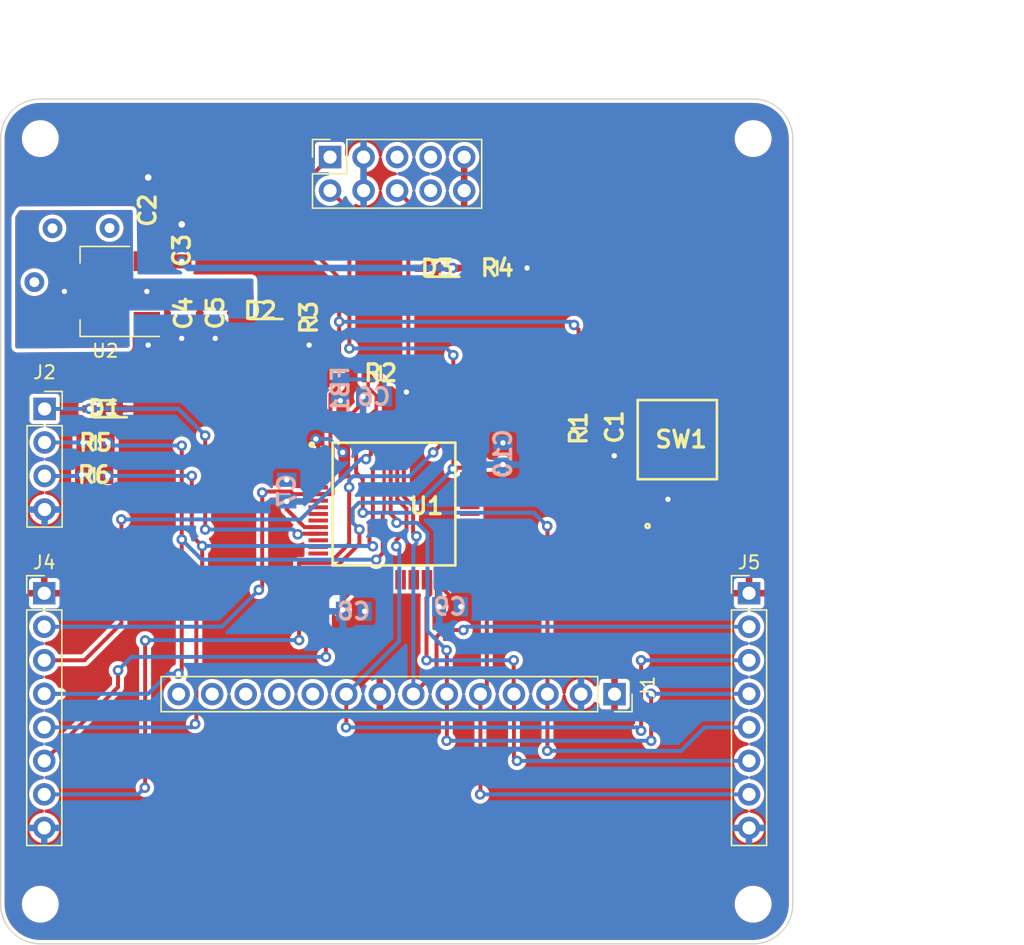
<source format=kicad_pcb>
(kicad_pcb (version 20211014) (generator pcbnew)
  (title_block (title "LCD SPI Module Peripheral") (date "2022-10-09") (company "NYAKB Team 3"))
  (layers (0 "F.Cu" signal) (31 "B.Cu" signal) (34 "B.Paste" user) (35 "F.Paste" user) (36 "B.SilkS" user "B.Silkscreen") (37 "F.SilkS" user "F.Silkscreen") (38 "B.Mask" user) (39 "F.Mask" user) (44 "Edge.Cuts" user))
  (net 0 "")
  (net 1 "NRST")
  (net 2 "GND")
  (net 3 "+3V0")
  (net 4 "+5V")
  (net 5 "/U5V")
  (net 6 "CS")
  (net 7 "RESET")
  (net 8 "DC")
  (net 9 "MOSI")
  (net 10 "SCK")
  (net 11 "Net-(C6-Pad1)")
  (net 17 "MISO")
  (net 18 "PD")
  (net 19 "PA13")
  (net 21 "PA14")
  (net 22 "SCL")
  (net 61 "SDA")
  (net 65 "+3.3V")
  (net 68 "Net-(J2-Pad2)")
  (net 69 "Net-(J2-Pad3)")
  (net 70 "Net-(C4-Pad1)")
  (footprint "lib_file:10R" (layer "F.Cu") (at 118.0846 82.4738 180)
    (fp_text reference "R6")
    (fp_text value "10" hide)
  )
  (footprint "Connector_PinSocket_2.54mm:PinSocket_1x04_P2.54mm_Vertical" (layer "F.Cu") (at 114.325 77.48)
    (fp_text reference "J2")
    (fp_text value "Hot Plug")
  )
  (footprint "lib_file:1k" (layer "F.Cu") (at 134.3406 70.5612 -90)
    (fp_text reference "R3")
    (fp_text value "1K" hide)
  )
  (footprint "lib_file:.1uF" (layer "F.Cu") (at 124.841 70.231 -90)
    (fp_text reference "C4")
    (fp_text value ".1uF" hide)
  )
  (footprint "Package_TO_SOT_SMD:SOT-223-3_TabPin2" (layer "F.Cu") (at 118.9228 68.58 180)
    (fp_text reference "U2")
    (fp_text value "LD1117S12TR_SOT223" hide)
  )
  (footprint "lib_file:Button" (layer "F.Cu") (at 162.2552 79.8068 180)
    (fp_text reference "SW1")
    (fp_text value "SW_Push" hide)
  )
  (footprint "lib_file:BAT60JFILM" (layer "F.Cu") (at 118.872 77.47 180)
    (fp_text reference "D1")
    (fp_text value "BAT60JFLIM" hide)
  )
  (footprint "Connector_PinHeader_2.54mm:PinHeader_1x08_P2.54mm_Vertical" (layer "F.Cu") (at 114.3 91.44)
    (fp_text reference "J4")
    (fp_text value "Conn_01x08_Male" hide)
  )
  (footprint "lib_file:5.1k" (layer "F.Cu") (at 148.6154 66.802)
    (fp_text reference "R4")
    (fp_text value "5.1K" hide)
  )
  (footprint "lib_file:BAT60JFILM" (layer "F.Cu") (at 130.6576 70.0278 180)
    (fp_text reference "D2")
    (fp_text value "BAT60JFLIM" hide)
  )
  (footprint "lib_file:100k" (layer "F.Cu") (at 139.787 74.763 180)
    (fp_text reference "R2")
    (fp_text value "100k" hide)
  )
  (footprint "Connector_PinSocket_2.54mm:PinSocket_1x14_P2.54mm_Vertical" (layer "F.Cu") (at 157.5 99.085 -90)
    (fp_text reference "J1")
    (fp_text value "Sockets")
  )
  (footprint "lib_file:BAT60JFILM" (layer "F.Cu") (at 144.0688 66.8274 180)
    (fp_text reference "D3")
    (fp_text value "BAT60JFILM" hide)
  )
  (footprint "lib_file:STM32F091" (layer "F.Cu") (at 140.7922 84.6836)
    (fp_text reference "U1")
    (fp_text value "STM32F091RCT6" hide)
  )
  (footprint "Connector_PinSocket_2.54mm:PinSocket_2x05_P2.54mm_Vertical" (layer "F.Cu") (at 135.95 58.4 90)
    (fp_text reference "J3" hide)
    (fp_text value "Programming Header" hide)
  )
  (footprint "lib_file:100k" (layer "F.Cu") (at 154.775 78.95 90)
    (fp_text reference "R1")
    (fp_text value "100K" hide)
  )
  (footprint "lib_file:10uF" (layer "F.Cu") (at 127.254 70.2056 -90)
    (fp_text reference "C5")
    (fp_text value "10uF" hide)
  )
  (footprint "MountingHole:MountingHole_2.2mm_M2_ISO7380" (layer "F.Cu") (at 114 57)
    (fp_text reference "H3" hide)
    (fp_text value "MountingHole" hide)
  )
  (footprint "lib_file:10R" (layer "F.Cu") (at 118.1862 80.0354 180)
    (fp_text reference "R5")
    (fp_text value "10" hide)
  )
  (footprint "lib_file:10uF" (layer "F.Cu") (at 122.1232 62.4332 90)
    (fp_text reference "C2")
    (fp_text value "10uF" hide)
  )
  (footprint "MountingHole:MountingHole_2.2mm_M2_ISO7380" (layer "F.Cu") (at 168 57)
    (fp_text reference "H1" hide)
    (fp_text value "MountingHole" hide)
  )
  (footprint "MountingHole:MountingHole_2.2mm_M2_ISO7380" (layer "F.Cu") (at 114 115)
    (fp_text reference "H4" hide)
    (fp_text value "MountingHole" hide)
  )
  (footprint "lib_file:.1uF" (layer "F.Cu") (at 157.5 78.85 -90)
    (fp_text reference "C1")
    (fp_text value ".1uF" hide)
  )
  (footprint "lib_file:.1uF" (layer "F.Cu") (at 124.714 65.4812 90)
    (fp_text reference "C3")
    (fp_text value ".1uF" hide)
  )
  (footprint "Connector_PinHeader_2.54mm:PinHeader_1x08_P2.54mm_Vertical" (layer "F.Cu") (at 167.6908 91.44)
    (fp_text reference "J5")
    (fp_text value "Conn_01x08_Male" hide)
  )
  (footprint "MountingHole:MountingHole_2.2mm_M2_ISO7380" (layer "F.Cu") (at 168 115)
    (fp_text reference "H2" hide)
    (fp_text value "MountingHole" hide)
  )
  (footprint "lib_file:.1uF" (layer "B.Cu") (at 145.034 92.456 180)
    (fp_text reference "C9")
    (fp_text value ".1uF" hide)
  )
  (footprint "lib_file:.1uF" (layer "B.Cu") (at 139.2682 76.5556 180)
    (fp_text reference "C6")
    (fp_text value ".1uF" hide)
  )
  (footprint "lib_file:.1uF" (layer "B.Cu") (at 137.7442 92.8116 180)
    (fp_text reference "C8")
    (fp_text value ".1uF" hide)
  )
  (footprint "lib_file:.1uF" (layer "B.Cu") (at 132.6642 83.6676 -90)
    (fp_text reference "C7")
    (fp_text value ".1uF" hide)
  )
  (footprint "lib_file:.1uF" (layer "B.Cu") (at 149.0472 80.8736 -90)
    (fp_text reference "C10")
    (fp_text value ".1uF" hide)
  )
  (footprint "lib_file:Ferrite" (layer "B.Cu") (at 136.7282 76.0476 90)
    (fp_text reference "FB1")
    (fp_text value "FerriteBead" hide)
  )
  (gr_line (start 111 57) (end 111 115) (layer "Edge.Cuts") (width 0.1))
  (gr_line (start 168 118) (end 114 118) (layer "Edge.Cuts") (width 0.1))
  (gr_line (start 168 54) (end 114 54) (layer "Edge.Cuts") (width 0.1))
  (gr_line (start 171 115) (end 171 57) (layer "Edge.Cuts") (width 0.1))
  (gr_arc (start 171 115) (mid 170.12132 117.12132) (end 168 118) (layer "Edge.Cuts") (width 0.1))
  (gr_arc (start 111 57) (mid 111.87868 54.87868) (end 114 54) (layer "Edge.Cuts") (width 0.1))
  (gr_arc (start 114 118) (mid 111.87868 117.12132) (end 111 115) (layer "Edge.Cuts") (width 0.1))
  (gr_arc (start 168 54) (mid 170.12132 54.87868) (end 171 57) (layer "Edge.Cuts") (width 0.1))
  (via (at 113.55 67.875) (size 1.5) (drill 0.75) (layers "F.Cu" "B.Cu") (net 0))
  (via (at 114.925 63.8) (size 1.5) (drill 0.75) (layers "F.Cu" "B.Cu") (net 0))
  (via (at 119.25 63.775) (size 1.5) (drill 0.75) (layers "F.Cu" "B.Cu") (net 0))
  (segment (start 130.81 83.82) (end 130.81 90.932) (width 0.3) (layer "F.Cu") (net 1))
  (segment (start 132.974861 83.7376) (end 130.8924 83.7376) (width 0.3) (layer "F.Cu") (net 1))
  (segment (start 136.1417 80.4336) (end 136.1417 83.9336) (width 0.3) (layer "F.Cu") (net 1))
  (segment (start 154.775 71.463) (end 154.775 78) (width 0.3) (layer "F.Cu") (net 1))
  (segment (start 135.9782 80.2701) (end 136.1417 80.4336) (width 0.3) (layer "F.Cu") (net 1))
  (segment (start 130.8924 83.7376) (end 130.81 83.82) (width 0.3) (layer "F.Cu") (net 1))
  (segment (start 154.432 71.12) (end 154.775 71.463) (width 0.3) (layer "F.Cu") (net 1))
  (segment (start 135.95 58.4) (end 134.62 59.73) (width 0.3) (layer "F.Cu") (net 1))
  (segment (start 133.170861 83.9336) (end 132.974861 83.7376) (width 0.3) (layer "F.Cu") (net 1))
  (segment (start 157.5 78.03) (end 154.805 78.03) (width 0.3) (layer "F.Cu") (net 1))
  (segment (start 135.9782 76.3658) (end 135.9782 80.2701) (width 0.3) (layer "F.Cu") (net 1))
  (segment (start 134.62 59.73) (end 134.62 65.532) (width 0.3) (layer "F.Cu") (net 1))
  (segment (start 154.805 78.03) (end 154.775 78) (width 0.3) (layer "F.Cu") (net 1))
  (segment (start 136.64 67.552) (end 136.64 75.704) (width 0.3) (layer "F.Cu") (net 1))
  (segment (start 136.1417 83.9336) (end 135.0542 83.9336) (width 0.3) (layer "F.Cu") (net 1))
  (segment (start 157.5 77.762) (end 160.0052 75.2568) (width 0.3) (layer "F.Cu") (net 1))
  (segment (start 135.0542 83.9336) (end 133.170861 83.9336) (width 0.3) (layer "F.Cu") (net 1))
  (segment (start 130.81 90.932) (end 130.556 91.186) (width 0.3) (layer "F.Cu") (net 1))
  (segment (start 157.5 78.03) (end 157.5 77.762) (width 0.3) (layer "F.Cu") (net 1))
  (segment (start 134.62 65.532) (end 136.64 67.552) (width 0.3) (layer "F.Cu") (net 1))
  (segment (start 136.64 75.704) (end 135.9782 76.3658) (width 0.3) (layer "F.Cu") (net 1))
  (via (at 154.432 71.12) (size 0.8) (drill 0.4) (layers "F.Cu" "B.Cu") (net 1))
  (via (at 130.556 91.186) (size 0.8) (drill 0.4) (layers "F.Cu" "B.Cu") (net 1))
  (via (at 136.64 70.878) (size 0.8) (drill 0.4) (layers "F.Cu" "B.Cu") (net 1))
  (via (at 130.81 83.82) (size 0.8) (drill 0.4) (layers "F.Cu" "B.Cu") (net 1))
  (segment (start 127.762 93.98) (end 114.3 93.98) (width 0.3) (layer "B.Cu") (net 1))
  (segment (start 136.64 70.878) (end 154.19 70.878) (width 0.3) (layer "B.Cu") (net 1))
  (segment (start 130.556 91.186) (end 127.762 93.98) (width 0.3) (layer "B.Cu") (net 1))
  (segment (start 154.19 70.878) (end 154.432 71.12) (width 0.3) (layer "B.Cu") (net 1))
  (segment (start 122.174 59.944) (end 122.1232 59.9948) (width 0.5) (layer "F.Cu") (net 2))
  (segment (start 137.5422 78.9456) (end 137.5422 77.9081) (width 0.3) (layer "F.Cu") (net 2))
  (segment (start 157.5 81.006) (end 157.48 81.026) (width 0.25) (layer "F.Cu") (net 2))
  (segment (start 140.737 75.205) (end 141.732 76.2) (width 0.25) (layer "F.Cu") (net 2))
  (segment (start 134.3406 72.6186) (end 134.366 72.644) (width 0.3) (layer "F.Cu") (net 2))
  (segment (start 127.254 71.0056) (end 127.254 72.136) (width 0.3) (layer "F.Cu") (net 2))
  (segment (start 140.737 74.763) (end 140.737 75.205) (width 0.25) (layer "F.Cu") (net 2))
  (segment (start 149.6154 66.802) (end 150.876 66.802) (width 0.3) (layer "F.Cu") (net 2))
  (segment (start 137.5422 77.9081) (end 138.43 77.0203) (width 0.3) (layer "F.Cu") (net 2))
  (segment (start 124.841 72.009) (end 124.714 72.136) (width 0.3) (layer "F.Cu") (net 2))
  (segment (start 138.43 77.0203) (end 138.43 76.5738) (width 0.3) (layer "F.Cu") (net 2))
  (segment (start 134.0167 86.4336) (end 132.6642 85.0811) (width 0.3) (layer "F.Cu") (net 2))
  (segment (start 144.0422 92.2842) (end 144.214 92.456) (width 0.3) (layer "F.Cu") (net 2))
  (segment (start 161.5152 84.3568) (end 161.544 84.328) (width 0.3) (layer "F.Cu") (net 2))
  (segment (start 137.5422 91.3118) (end 136.906 91.948) (width 0.3) (layer "F.Cu") (net 2))
  (segment (start 144.0422 90.4216) (end 144.0422 92.2842) (width 0.3) (layer "F.Cu") (net 2))
  (segment (start 141.478 76.2) (end 141.732 76.2) (width 0.3) (layer "F.Cu") (net 2))
  (segment (start 146.5302 81.4336) (end 147.4736 81.4336) (width 0.3) (layer "F.Cu") (net 2))
  (segment (start 122.1232 59.9948) (end 122.1232 61.6432) (width 0.5) (layer "F.Cu") (net 2))
  (segment (start 147.4736 81.4336) (end 147.828 81.788) (width 0.3) (layer "F.Cu") (net 2))
  (segment (start 157.5 79.67) (end 157.5 81.006) (width 0.25) (layer "F.Cu") (net 2))
  (segment (start 136.906 91.948) (end 136.906 92.71) (width 0.3) (layer "F.Cu") (net 2))
  (segment (start 137.5422 90.4216) (end 137.5422 91.3118) (width 0.3) (layer "F.Cu") (net 2))
  (segment (start 147.828 81.788) (end 148.9528 81.788) (width 0.3) (layer "F.Cu") (net 2))
  (segment (start 132.6642 85.0811) (end 132.6642 84.4876) (width 0.3) (layer "F.Cu") (net 2))
  (segment (start 148.9528 81.788) (end 149.0472 81.6936) (width 0.3) (layer "F.Cu") (net 2))
  (segment (start 124.841 71.051) (end 124.841 72.009) (width 0.3) (layer "F.Cu") (net 2))
  (segment (start 124.714 64.6612) (end 124.714 63.5) (width 0.5) (layer "F.Cu") (net 2))
  (segment (start 160.0052 84.3568) (end 161.5152 84.3568) (width 0.3) (layer "F.Cu") (net 2))
  (segment (start 135.0542 86.4336) (end 134.0167 86.4336) (width 0.3) (layer "F.Cu") (net 2))
  (segment (start 134.3406 71.5612) (end 134.3406 72.6186) (width 0.3) (layer "F.Cu") (net 2))
  (segment (start 122.0728 72.5428) (end 122.174 72.644) (width 0.3) (layer "F.Cu") (net 2))
  (segment (start 122.0728 70.88) (end 122.0728 72.5428) (width 0.3) (layer "F.Cu") (net 2))
  (segment (start 138.43 76.5738) (end 138.4482 76.5556) (width 0.3) (layer "F.Cu") (net 2))
  (via (at 127.254 72.136) (size 0.8) (drill 0.4) (layers "F.Cu" "B.Cu") (net 2))
  (via (at 141.732 76.2) (size 0.8) (drill 0.4) (layers "F.Cu" "B.Cu") (net 2))
  (via (at 122.174 59.944) (size 1) (drill 0.5) (layers "F.Cu" "B.Cu") (net 2))
  (via (at 134.366 72.644) (size 0.8) (drill 0.4) (layers "F.Cu" "B.Cu") (net 2))
  (via (at 149.0472 81.6936) (size 0.8) (drill 0.4) (layers "F.Cu" "B.Cu") (net 2))
  (via (at 144.214 92.456) (size 0.8) (drill 0.4) (layers "F.Cu" "B.Cu") (net 2))
  (via (at 161.544 84.328) (size 0.8) (drill 0.4) (layers "F.Cu" "B.Cu") (net 2))
  (via (at 124.714 63.5) (size 1) (drill 0.5) (layers "F.Cu" "B.Cu") (net 2))
  (via (at 150.876 66.802) (size 0.8) (drill 0.4) (layers "F.Cu" "B.Cu") (net 2))
  (via (at 138.4482 76.5556) (size 0.8) (drill 0.4) (layers "F.Cu" "B.Cu") (net 2))
  (via (at 136.906 92.71) (size 0.8) (drill 0.4) (layers "F.Cu" "B.Cu") (net 2))
  (via (at 122.174 72.644) (size 0.8) (drill 0.4) (layers "F.Cu" "B.Cu") (net 2))
  (via (at 157.48 81.026) (size 0.8) (drill 0.4) (layers "F.Cu" "B.Cu") (net 2))
  (via (at 132.6642 84.4876) (size 0.8) (drill 0.4) (layers "F.Cu" "B.Cu") (net 2))
  (via (at 124.714 72.136) (size 0.8) (drill 0.4) (layers "F.Cu" "B.Cu") (net 2))
  (segment (start 138.0422 90.4216) (end 138.0422 91.5602) (width 0.3) (layer "F.Cu") (net 3))
  (segment (start 135.0542 80.9336) (end 135.0542 79.9362) (width 0.3) (layer "F.Cu") (net 3))
  (segment (start 131.7976 70.0278) (end 133.874 70.0278) (width 0.3) (layer "F.Cu") (net 3))
  (segment (start 136.652 77.724) (end 136.652 76.9338) (width 0.3) (layer "F.Cu") (net 3))
  (segment (start 148.2924 80.0536) (end 149.0472 80.0536) (width 0.3) (layer "F.Cu") (net 3))
  (segment (start 137.0422 78.9456) (end 137.0422 78.1142) (width 0.3) (layer "F.Cu") (net 3))
  (segment (start 137.0422 78.1142) (end 136.652 77.724) (width 0.3) (layer "F.Cu") (net 3))
  (segment (start 133.874 70.0278) (end 134.3406 69.5612) (width 0.3) (layer "F.Cu") (net 3))
  (segment (start 138.0422 91.5602) (end 138.5642 92.0822) (width 0.3) (layer "F.Cu") (net 3))
  (segment (start 147.4124 80.9336) (end 148.2924 80.0536) (width 0.3) (layer "F.Cu") (net 3))
  (segment (start 138.5642 92.0822) (end 138.5642 92.8116) (width 0.3) (layer "F.Cu") (net 3))
  (segment (start 136.906 79.0818) (end 137.0422 78.9456) (width 0.3) (layer "F.Cu") (net 3))
  (segment (start 144.5422 90.4216) (end 144.5422 91.1442) (width 0.3) (layer "F.Cu") (net 3))
  (segment (start 136.652 76.9338) (end 136.7282 76.8576) (width 0.3) (layer "F.Cu") (net 3))
  (segment (start 135.0542 79.9362) (end 134.874 79.756) (width 0.3) (layer "F.Cu") (net 3))
  (segment (start 136.906 80.772) (end 136.906 79.0818) (width 0.3) (layer "F.Cu") (net 3))
  (segment (start 135.0542 80.9336) (end 134.0167 80.9336) (width 0.3) (layer "F.Cu") (net 3))
  (segment (start 134.0167 80.9336) (end 132.6642 82.2861) (width 0.3) (layer "F.Cu") (net 3))
  (segment (start 146.5302 80.9336) (end 147.4124 80.9336) (width 0.3) (layer "F.Cu") (net 3))
  (segment (start 132.6642 82.2861) (end 132.6642 82.8476) (width 0.3) (layer "F.Cu") (net 3))
  (segment (start 144.5422 91.1442) (end 145.854 92.456) (width 0.3) (layer "F.Cu") (net 3))
  (via (at 138.5642 92.8116) (size 0.8) (drill 0.4) (layers "F.Cu" "B.Cu") (net 3))
  (via (at 145.854 92.456) (size 0.8) (drill 0.4) (layers "F.Cu" "B.Cu") (net 3))
  (via (at 132.6642 82.8476) (size 0.8) (drill 0.4) (layers "F.Cu" "B.Cu") (net 3))
  (via (at 136.906 80.772) (size 0.8) (drill 0.4) (layers "F.Cu" "B.Cu") (net 3))
  (via (at 149.0472 80.0536) (size 0.8) (drill 0.4) (layers "F.Cu" "B.Cu") (net 3))
  (via (at 136.7282 76.8576) (size 0.8) (drill 0.4) (layers "F.Cu" "B.Cu") (net 3))
  (via (at 134.874 79.756) (size 0.8) (drill 0.4) (layers "F.Cu" "B.Cu") (net 3))
  (segment (start 134.874 79.756) (end 135.89 79.756) (width 0.3) (layer "B.Cu") (net 3))
  (segment (start 135.89 79.756) (end 136.906 80.772) (width 0.3) (layer "B.Cu") (net 3))
  (segment (start 124.6928 66.28) (end 124.714 66.3012) (width 0.5) (layer "F.Cu") (net 4))
  (segment (start 145.2088 66.8274) (end 145.2342 66.802) (width 0.5) (layer "F.Cu") (net 4))
  (segment (start 122.1232 66.2296) (end 122.0728 66.28) (width 0.5) (layer "F.Cu") (net 4))
  (segment (start 122.1232 63.8132) (end 122.1232 66.2296) (width 0.5) (layer "F.Cu") (net 4))
  (segment (start 147.6154 66.802) (end 145.2342 66.802) (width 0.5) (layer "F.Cu") (net 4))
  (segment (start 122.0728 66.28) (end 124.6928 66.28) (width 0.5) (layer "F.Cu") (net 4))
  (via (at 124.714 66.3012) (size 0.8) (drill 0.4) (layers "F.Cu" "B.Cu") (net 4))
  (via (at 145.2342 66.802) (size 0.8) (drill 0.4) (layers "F.Cu" "B.Cu") (net 4))
  (segment (start 145.2342 66.802) (end 125.2148 66.802) (width 0.5) (layer "B.Cu") (net 4))
  (segment (start 125.2148 66.802) (end 124.714 66.3012) (width 0.5) (layer "B.Cu") (net 4))
  (segment (start 146.11 58.4) (end 146.11 60.94) (width 0.5) (layer "F.Cu") (net 5))
  (segment (start 146.11 63.6462) (end 142.9288 66.8274) (width 0.5) (layer "F.Cu") (net 5))
  (segment (start 146.11 60.94) (end 146.11 63.6462) (width 0.5) (layer "F.Cu") (net 5))
  (segment (start 137.922 82.296) (end 137.922 80.518) (width 0.3) (layer "F.Cu") (net 6))
  (segment (start 152.4 86.36) (end 152.42 86.38) (width 0.3) (layer "F.Cu") (net 6))
  (segment (start 138.0573 80.518) (end 138.5422 80.0331) (width 0.3) (layer "F.Cu") (net 6))
  (segment (start 138.43 85.344) (end 138.43 82.804) (width 0.3) (layer "F.Cu") (net 6))
  (segment (start 152.42 103.358) (end 152.4 103.378) (width 0.3) (layer "F.Cu") (net 6))
  (segment (start 138.43 82.804) (end 137.922 82.296) (width 0.3) (layer "F.Cu") (net 6))
  (segment (start 138.5422 80.0331) (end 138.5422 78.9456) (width 0.3) (layer "F.Cu") (net 6))
  (segment (start 152.42 86.38) (end 152.42 99.085) (width 0.3) (layer "F.Cu") (net 6))
  (segment (start 137.922 80.518) (end 138.0573 80.518) (width 0.3) (layer "F.Cu") (net 6))
  (segment (start 152.42 99.085) (end 152.42 103.358) (width 0.3) (layer "F.Cu") (net 6))
  (via (at 152.4 86.36) (size 0.8) (drill 0.4) (layers "F.Cu" "B.Cu") (net 6))
  (via (at 152.4 103.378) (size 0.8) (drill 0.4) (layers "F.Cu" "B.Cu") (net 6))
  (via (at 138.43 85.344) (size 0.8) (drill 0.4) (layers "F.Cu" "B.Cu") (net 6))
  (segment (start 138.43 85.344) (end 151.384 85.344) (width 0.3) (layer "B.Cu") (net 6))
  (segment (start 162.56 103.378) (end 164.338 101.6) (width 0.3) (layer "B.Cu") (net 6))
  (segment (start 152.4 103.378) (end 162.56 103.378) (width 0.3) (layer "B.Cu") (net 6))
  (segment (start 152.649 99.314) (end 152.42 99.085) (width 0.3) (layer "B.Cu") (net 6))
  (segment (start 152.654 99.314) (end 152.649 99.314) (width 0.3) (layer "B.Cu") (net 6))
  (segment (start 151.384 85.344) (end 152.4 86.36) (width 0.3) (layer "B.Cu") (net 6))
  (segment (start 164.338 101.6) (end 167.6908 101.6) (width 0.3) (layer "B.Cu") (net 6))
  (segment (start 143.256 91.7953) (end 143.256 96.52) (width 0.3) (layer "F.Cu") (net 7))
  (segment (start 149.88 103.906) (end 150.114 104.14) (width 0.3) (layer "F.Cu") (net 7))
  (segment (start 149.86 96.52) (end 149.86 99.065) (width 0.3) (layer "F.Cu") (net 7))
  (segment (start 149.86 99.065) (end 149.88 99.085) (width 0.3) (layer "F.Cu") (net 7))
  (segment (start 143.5422 91.5091) (end 143.256 91.7953) (width 0.3) (layer "F.Cu") (net 7))
  (segment (start 143.5422 90.4216) (end 143.5422 91.5091) (width 0.3) (layer "F.Cu") (net 7))
  (segment (start 149.88 99.085) (end 149.88 103.906) (width 0.3) (layer "F.Cu") (net 7))
  (via (at 149.86 96.52) (size 0.8) (drill 0.4) (layers "F.Cu" "B.Cu") (net 7))
  (via (at 150.114 104.14) (size 0.8) (drill 0.4) (layers "F.Cu" "B.Cu") (net 7))
  (via (at 143.256 96.52) (size 0.8) (drill 0.4) (layers "F.Cu" "B.Cu") (net 7))
  (segment (start 150.114 104.14) (end 167.6908 104.14) (width 0.3) (layer "B.Cu") (net 7))
  (segment (start 143.256 96.52) (end 149.86 96.52) (width 0.3) (layer "B.Cu") (net 7))
  (segment (start 146.5302 87.4336) (end 147.5677 87.4336) (width 0.3) (layer "F.Cu") (net 8))
  (segment (start 147.34 99.085) (end 147.34 106.66) (width 0.3) (layer "F.Cu") (net 8))
  (segment (start 147.828 98.597) (end 147.34 99.085) (width 0.3) (layer "F.Cu") (net 8))
  (segment (start 147.5677 87.4336) (end 147.828 87.6939) (width 0.3) (layer "F.Cu") (net 8))
  (segment (start 147.34 106.66) (end 147.32 106.68) (width 0.3) (layer "F.Cu") (net 8))
  (segment (start 147.828 87.6939) (end 147.828 98.597) (width 0.3) (layer "F.Cu") (net 8))
  (via (at 147.32 106.68) (size 0.8) (drill 0.4) (layers "F.Cu" "B.Cu") (net 8))
  (segment (start 147.32 106.68) (end 167.6908 106.68) (width 0.3) (layer "B.Cu") (net 8))
  (segment (start 160.274 102.616) (end 160.274 99.06) (width 0.3) (layer "F.Cu") (net 9))
  (segment (start 144.8 99.085) (end 144.8 102.596) (width 0.3) (layer "F.Cu") (net 9))
  (segment (start 144.8 95.778) (end 144.8 99.085) (width 0.3) (layer "F.Cu") (net 9))
  (segment (start 144.8 102.596) (end 144.78 102.616) (width 0.3) (layer "F.Cu") (net 9))
  (segment (start 144.78 95.758) (end 144.8 95.778) (width 0.3) (layer "F.Cu") (net 9))
  (segment (start 140.5422 78.9456) (end 140.5422 85.4242) (width 0.3) (layer "F.Cu") (net 9))
  (segment (start 140.5422 85.4242) (end 141.2285 86.1105) (width 0.3) (layer "F.Cu") (net 9))
  (via (at 160.274 102.616) (size 0.8) (drill 0.4) (layers "F.Cu" "B.Cu") (net 9))
  (via (at 160.274 99.06) (size 0.8) (drill 0.4) (layers "F.Cu" "B.Cu") (net 9))
  (via (at 144.78 95.758) (size 0.8) (drill 0.4) (layers "F.Cu" "B.Cu") (net 9))
  (via (at 144.78 102.616) (size 0.8) (drill 0.4) (layers "F.Cu" "B.Cu") (net 9))
  (via (at 140.9905 86.106108) (size 0.8) (drill 0.4) (layers "F.Cu" "B.Cu") (net 9))
  (segment (start 142.543161 86.1105) (end 141.2285 86.1105) (width 0.3) (layer "B.Cu") (net 9))
  (segment (start 141.224 86.106) (end 141.223892 86.106108) (width 0.3) (layer "B.Cu") (net 9))
  (segment (start 141.223892 86.106108) (end 140.9905 86.106108) (width 0.3) (layer "B.Cu") (net 9))
  (segment (start 144.8 99.08) (end 144.78 99.06) (width 0.3) (layer "B.Cu") (net 9))
  (segment (start 144.78 102.616) (end 160.274 102.616) (width 0.3) (layer "B.Cu") (net 9))
  (segment (start 144.8 99.08) (end 144.8 99.085) (width 0.3) (layer "B.Cu") (net 9))
  (segment (start 160.274 99.06) (end 167.6908 99.06) (width 0.3) (layer "B.Cu") (net 9))
  (segment (start 144.78 95.758) (end 143.329 94.307) (width 0.3) (layer "B.Cu") (net 9))
  (segment (start 143.329 86.896339) (end 142.543161 86.1105) (width 0.3) (layer "B.Cu") (net 9))
  (segment (start 141.2285 86.1105) (end 141.224 86.106) (width 0.3) (layer "B.Cu") (net 9))
  (segment (start 143.329 94.307) (end 143.329 86.896339) (width 0.3) (layer "B.Cu") (net 9))
  (segment (start 144.018 94.742) (end 144.526 94.234) (width 0.3) (layer "F.Cu") (net 10))
  (segment (start 142.234564 86.862564) (end 142.494 87.122) (width 0.3) (layer "F.Cu") (net 10))
  (segment (start 144.018 97.327) (end 144.018 94.742) (width 0.3) (layer "F.Cu") (net 10))
  (segment (start 142.24 84.836) (end 142.24 86.868) (width 0.3) (layer "F.Cu") (net 10))
  (segment (start 141.5422 84.1382) (end 142.24 84.836) (width 0.3) (layer "F.Cu") (net 10))
  (segment (start 141.5422 78.9456) (end 141.5422 84.1382) (width 0.3) (layer "F.Cu") (net 10))
  (segment (start 144.526 94.234) (end 146.05 94.234) (width 0.3) (layer "F.Cu") (net 10))
  (segment (start 142.26 99.085) (end 144.018 97.327) (width 0.3) (layer "F.Cu") (net 10))
  (via (at 142.494 87.122) (size 0.8) (drill 0.4) (layers "F.Cu" "B.Cu") (net 10))
  (via (at 146.05 94.234) (size 0.8) (drill 0.4) (layers "F.Cu" "B.Cu") (net 10))
  (segment (start 146.05 94.234) (end 146.304 93.98) (width 0.3) (layer "B.Cu") (net 10))
  (segment (start 146.304 93.98) (end 167.6908 93.98) (width 0.3) (layer "B.Cu") (net 10))
  (segment (start 142.26 87.904) (end 142.26 99.085) (width 0.3) (layer "B.Cu") (net 10))
  (segment (start 142.26 87.904) (end 142.494 87.67) (width 0.3) (layer "B.Cu") (net 10))
  (segment (start 142.494 87.67) (end 142.494 87.122) (width 0.3) (layer "B.Cu") (net 10))
  (segment (start 139.8052 75.2376) (end 140.0882 75.5206) (width 0.3) (layer "B.Cu") (net 11))
  (segment (start 136.7282 75.2376) (end 139.8052 75.2376) (width 0.3) (layer "B.Cu") (net 11))
  (segment (start 140.0882 75.5206) (end 140.0882 76.5556) (width 0.3) (layer "B.Cu") (net 11))
  (segment (start 141.74 85.043106) (end 141.74 86.650022) (width 0.3) (layer "F.Cu") (net 17))
  (segment (start 141.0422 78.9456) (end 141.0422 84.345306) (width 0.3) (layer "F.Cu") (net 17))
  (segment (start 159.512 101.854) (end 159.512 96.52) (width 0.3) (layer "F.Cu") (net 17))
  (segment (start 137.18 101.58) (end 137.16 101.6) (width 0.3) (layer "F.Cu") (net 17))
  (segment (start 141.0422 84.345306) (end 141.74 85.043106) (width 0.3) (layer "F.Cu") (net 17))
  (segment (start 140.97 87.420022) (end 140.97 87.884) (width 0.3) (layer "F.Cu") (net 17))
  (segment (start 137.18 99.085) (end 137.18 101.58) (width 0.3) (layer "F.Cu") (net 17))
  (segment (start 141.74 86.650022) (end 140.97 87.420022) (width 0.3) (layer "F.Cu") (net 17))
  (via (at 159.512 101.854) (size 0.8) (drill 0.4) (layers "F.Cu" "B.Cu") (net 17))
  (via (at 159.512 96.52) (size 0.8) (drill 0.4) (layers "F.Cu" "B.Cu") (net 17))
  (via (at 137.16 101.6) (size 0.8) (drill 0.4) (layers "F.Cu" "B.Cu") (net 17))
  (via (at 140.97 87.884) (size 0.8) (drill 0.4) (layers "F.Cu" "B.Cu") (net 17))
  (segment (start 140.97 87.884) (end 141.195417 88.109417) (width 0.3) (layer "B.Cu") (net 17))
  (segment (start 141.195417 95.069583) (end 137.18 99.085) (width 0.3) (layer "B.Cu") (net 17))
  (segment (start 159.512 96.52) (end 167.6908 96.52) (width 0.3) (layer "B.Cu") (net 17))
  (segment (start 159.258 101.6) (end 159.512 101.854) (width 0.3) (layer "B.Cu") (net 17))
  (segment (start 137.16 101.6) (end 159.258 101.6) (width 0.3) (layer "B.Cu") (net 17))
  (segment (start 141.195417 88.109417) (end 141.195417 95.069583) (width 0.3) (layer "B.Cu") (net 17))
  (segment (start 117.348 96.52) (end 114.3 96.52) (width 0.3) (layer "F.Cu") (net 18))
  (segment (start 139.0422 78.9456) (end 139.0422 77.9081) (width 0.3) (layer "F.Cu") (net 18))
  (segment (start 120.142 85.852) (end 120.142 93.726) (width 0.3) (layer "F.Cu") (net 18))
  (segment (start 139.446 76.454) (end 139.446 77.5043) (width 0.25) (layer "F.Cu") (net 18))
  (segment (start 138.837 75.845) (end 139.446 76.454) (width 0.25) (layer "F.Cu") (net 18))
  (segment (start 120.142 93.726) (end 117.348 96.52) (width 0.3) (layer "F.Cu") (net 18))
  (segment (start 138.6715 81.28) (end 139.0422 80.9093) (width 0.3) (layer "F.Cu") (net 18))
  (segment (start 139.0422 77.9081) (end 139.1982 77.7521) (width 0.3) (layer "F.Cu") (net 18))
  (segment (start 138.837 74.763) (end 138.837 75.845) (width 0.25) (layer "F.Cu") (net 18))
  (segment (start 139.0422 80.9093) (end 139.0422 78.9456) (width 0.3) (layer "F.Cu") (net 18))
  (segment (start 139.446 77.5043) (end 139.0422 77.9081) (width 0.25) (layer "F.Cu") (net 18))
  (via (at 138.6715 81.28) (size 0.8) (drill 0.4) (layers "F.Cu" "B.Cu") (net 18))
  (via (at 120.142 85.852) (size 0.8) (drill 0.4) (layers "F.Cu" "B.Cu") (net 18))
  (segment (start 133.713817 85.852) (end 138.285817 81.28) (width 0.3) (layer "B.Cu") (net 18))
  (segment (start 138.285817 81.28) (end 138.6715 81.28) (width 0.3) (layer "B.Cu") (net 18))
  (segment (start 133.713817 85.852) (end 120.142 85.852) (width 0.3) (layer "B.Cu") (net 18))
  (segment (start 137.414 62.404) (end 137.414 72.644) (width 0.3) (layer "F.Cu") (net 19))
  (segment (start 137.414 72.644) (end 137.414 72.898) (width 0.3) (layer "F.Cu") (net 19))
  (segment (start 119.888 98.552) (end 114.3 104.14) (width 0.3) (layer "F.Cu") (net 19))
  (segment (start 145.288 73.406) (end 145.288 81.988709) (width 0.3) (layer "F.Cu") (net 19))
  (segment (start 138.176 87.7003) (end 136.05215 89.82415) (width 0.3) (layer "F.Cu") (net 19))
  (segment (start 145.251961 82.024748) (end 145.343109 81.9336) (width 0.3) (layer "F.Cu") (net 19))
  (segment (start 145.288 81.988709) (end 145.251961 82.024748) (width 0.3) (layer "F.Cu") (net 19))
  (segment (start 135.636 90.2403) (end 135.636 96.266) (width 0.3) (layer "F.Cu") (net 19))
  (segment (start 145.343109 81.9336) (end 146.5302 81.9336) (width 0.3) (layer "F.Cu") (net 19))
  (segment (start 136.05215 89.82415) (end 135.636 90.2403) (width 0.3) (layer "F.Cu") (net 19))
  (segment (start 135.95 60.94) (end 137.414 62.404) (width 0.3) (layer "F.Cu") (net 19))
  (segment (start 119.888 97.282) (end 119.888 98.552) (width 0.3) (layer "F.Cu") (net 19))
  (segment (start 138.176 86.614) (end 138.176 87.7003) (width 0.3) (layer "F.Cu") (net 19))
  (via (at 145.251961 82.024748) (size 0.8) (drill 0.4) (layers "F.Cu" "B.Cu") (net 19))
  (via (at 145.288 73.406) (size 0.8) (drill 0.4) (layers "F.Cu" "B.Cu") (net 19))
  (via (at 138.176 86.614) (size 0.8) (drill 0.4) (layers "F.Cu" "B.Cu") (net 19))
  (via (at 119.888 97.282) (size 0.8) (drill 0.4) (layers "F.Cu" "B.Cu") (net 19))
  (via (at 137.414 72.898) (size 0.8) (drill 0.4) (layers "F.Cu" "B.Cu") (net 19))
  (via (at 135.636 96.266) (size 0.8) (drill 0.4) (layers "F.Cu" "B.Cu") (net 19))
  (segment (start 137.414 72.898) (end 138.2816 72.898) (width 0.3) (layer "B.Cu") (net 19))
  (segment (start 138.43 84.582) (end 138.131339 84.582) (width 0.3) (layer "B.Cu") (net 19))
  (segment (start 138.2816 72.898) (end 144.78 72.898) (width 0.3) (layer "B.Cu") (net 19))
  (segment (start 138.43 84.582) (end 142.694709 84.582) (width 0.3) (layer "B.Cu") (net 19))
  (segment (start 137.668 85.598) (end 137.668 86.106) (width 0.3) (layer "B.Cu") (net 19))
  (segment (start 137.668 86.106) (end 138.176 86.614) (width 0.3) (layer "B.Cu") (net 19))
  (segment (start 120.904 96.266) (end 119.888 97.282) (width 0.3) (layer "B.Cu") (net 19))
  (segment (start 142.694709 84.582) (end 145.251961 82.024748) (width 0.3) (layer "B.Cu") (net 19))
  (segment (start 138.131339 84.582) (end 137.668 85.045339) (width 0.3) (layer "B.Cu") (net 19))
  (segment (start 135.636 96.266) (end 120.904 96.266) (width 0.3) (layer "B.Cu") (net 19))
  (segment (start 144.78 72.898) (end 145.288 73.406) (width 0.3) (layer "B.Cu") (net 19))
  (segment (start 137.668 85.045339) (end 137.668 85.598) (width 0.3) (layer "B.Cu") (net 19))
  (segment (start 141.88 75.1959) (end 144.5422 77.8581) (width 0.3) (layer "F.Cu") (net 21))
  (segment (start 144.5422 77.8581) (end 144.5422 78.9456) (width 0.3) (layer "F.Cu") (net 21))
  (segment (start 144.5422 79.9938) (end 143.764 80.772) (width 0.3) (layer "F.Cu") (net 21))
  (segment (start 137.398101 87.677199) (end 137.398101 83.413726) (width 0.3) (layer "F.Cu") (net 21))
  (segment (start 135.9213 89.154) (end 137.398101 87.677199) (width 0.3) (layer "F.Cu") (net 21))
  (segment (start 121.941977 106.150023) (end 121.92 106.172) (width 0.3) (layer "F.Cu") (net 21))
  (segment (start 141.88 61.79) (end 141.88 75.1959) (width 0.3) (layer "F.Cu") (net 21))
  (segment (start 144.5422 78.9456) (end 144.5422 79.9938) (width 0.3) (layer "F.Cu") (net 21))
  (segment (start 133.604 94.996) (end 133.604 89.154) (width 0.3) (layer "F.Cu") (net 21))
  (segment (start 133.604 89.154) (end 135.9213 89.154) (width 0.3) (layer "F.Cu") (net 21))
  (segment (start 141.03 60.94) (end 141.88 61.79) (width 0.3) (layer "F.Cu") (net 21))
  (segment (start 121.941977 95.017977) (end 121.941977 106.150023) (width 0.3) (layer "F.Cu") (net 21))
  (via (at 137.398101 83.413726) (size 0.8) (drill 0.4) (layers "F.Cu" "B.Cu") (net 21))
  (via (at 133.604 94.996) (size 0.8) (drill 0.4) (layers "F.Cu" "B.Cu") (net 21))
  (via (at 121.941977 95.017977) (size 0.8) (drill 0.4) (layers "F.Cu" "B.Cu") (net 21))
  (via (at 121.92 106.172) (size 0.8) (drill 0.4) (layers "F.Cu" "B.Cu") (net 21))
  (via (at 143.764 80.772) (size 0.8) (drill 0.4) (layers "F.Cu" "B.Cu") (net 21))
  (segment (start 121.963954 94.996) (end 121.941977 95.017977) (width 0.3) (layer "B.Cu") (net 21))
  (segment (start 133.604 94.996) (end 121.963954 94.996) (width 0.3) (layer "B.Cu") (net 21))
  (segment (start 121.412 106.68) (end 114.3 106.68) (width 0.3) (layer "B.Cu") (net 21))
  (segment (start 121.92 106.172) (end 121.412 106.68) (width 0.3) (layer "B.Cu") (net 21))
  (segment (start 143.764 80.772) (end 141.958538 82.577462) (width 0.3) (layer "B.Cu") (net 21))
  (segment (start 137.695461 82.577462) (end 137.398101 82.874822) (width 0.3) (layer "B.Cu") (net 21))
  (segment (start 141.958538 82.577462) (end 137.695461 82.577462) (width 0.3) (layer "B.Cu") (net 21))
  (segment (start 137.398101 82.874822) (end 137.398101 83.413726) (width 0.3) (layer "B.Cu") (net 21))
  (segment (start 140.0422 78.9456) (end 140.0422 85.2558) (width 0.25) (layer "F.Cu") (net 22))
  (segment (start 139.446 88.9) (end 139.942 88.404) (width 0.3) (layer "F.Cu") (net 22))
  (segment (start 124.714 87.376) (end 124.714 89.861106) (width 0.3) (layer "F.Cu") (net 22))
  (segment (start 139.942 88.404) (end 139.942 87.364) (width 0.3) (layer "F.Cu") (net 22))
  (segment (start 139.942 87.364) (end 139.942 87.11) (width 0.3) (layer "F.Cu") (net 22))
  (segment (start 119.1362 80.0354) (end 119.1362 80.0202) (width 0.3) (layer "F.Cu") (net 22))
  (segment (start 115.515106 99.06) (end 114.3 99.06) (width 0.3) (layer "F.Cu") (net 22))
  (segment (start 119.1362 80.0202) (end 119.126 80.01) (width 0.3) (layer "F.Cu") (net 22))
  (segment (start 124.714 97.282) (end 124.46 97.536) (width 0.3) (layer "F.Cu") (net 22))
  (segment (start 139.942 87.364) (end 139.942 85.356) (width 0.3) (layer "F.Cu") (net 22))
  (segment (start 139.446 88.9) (end 139.5422 88.9962) (width 0.3) (layer "F.Cu") (net 22))
  (segment (start 124.714 80.264) (end 124.714 87.376) (width 0.3) (layer "F.Cu") (net 22))
  (segment (start 124.714 89.861106) (end 124.714 97.282) (width 0.3) (layer "F.Cu") (net 22))
  (segment (start 139.942 85.356) (end 140.0422 85.2558) (width 0.3) (layer "F.Cu") (net 22))
  (via (at 124.714 80.264) (size 0.8) (drill 0.4) (layers "F.Cu" "B.Cu") (net 22))
  (via (at 124.46 97.536) (size 0.8) (drill 0.4) (layers "F.Cu" "B.Cu") (net 22))
  (via (at 139.446 88.9) (size 0.8) (drill 0.4) (layers "F.Cu" "B.Cu") (net 22))
  (via (at 124.714 87.376) (size 0.8) (drill 0.4) (layers "F.Cu" "B.Cu") (net 22))
  (via (at 119.126 80.01) (size 0.8) (drill 0.4) (layers "F.Cu" "B.Cu") (net 22))
  (segment (start 122.174 99.06) (end 114.3 99.06) (width 0.3) (layer "B.Cu") (net 22))
  (segment (start 124.714 80.264) (end 124.702 80.252) (width 0.3) (layer "B.Cu") (net 22))
  (segment (start 124.714 87.376) (end 126.238 88.9) (width 0.3) (layer "B.Cu") (net 22))
  (segment (start 123.698 97.536) (end 122.174 99.06) (width 0.3) (layer "B.Cu") (net 22))
  (segment (start 124.702 80.252) (end 119.368 80.252) (width 0.3) (layer "B.Cu") (net 22))
  (segment (start 126.238 88.9) (end 139.446 88.9) (width 0.3) (layer "B.Cu") (net 22))
  (segment (start 119.368 80.252) (end 119.126 80.01) (width 0.3) (layer "B.Cu") (net 22))
  (segment (start 124.46 97.536) (end 123.698 97.536) (width 0.3) (layer "B.Cu") (net 22))
  (segment (start 138.938 87.63) (end 138.938 86.106) (width 0.3) (layer "F.Cu") (net 61))
  (segment (start 119.126 82.55) (end 119.1108 82.55) (width 0.3) (layer "F.Cu") (net 61))
  (segment (start 125.476 87.078046) (end 126.259977 87.862023) (width 0.3) (layer "F.Cu") (net 61))
  (segment (start 125.476 82.55) (end 125.476 87.078046) (width 0.3) (layer "F.Cu") (net 61))
  (segment (start 125.82 101.256) (end 125.73 101.346) (width 0.3) (layer "F.Cu") (net 61))
  (segment (start 139.5422 81.6918) (end 139.5422 78.9456) (width 0.3) (layer "F.Cu") (net 61))
  (segment (start 126.259977 87.862023) (end 126.259977 89.640023) (width 0.3) (layer "F.Cu") (net 61))
  (segment (start 119.1108 82.55) (end 119.0346 82.4738) (width 0.3) (layer "F.Cu") (net 61))
  (segment (start 125.82 90.08) (end 125.82 101.256) (width 0.3) (layer "F.Cu") (net 61))
  (segment (start 139.192 85.852) (end 139.192 82.042) (width 0.3) (layer "F.Cu") (net 61))
  (segment (start 138.938 86.106) (end 139.192 85.852) (width 0.3) (layer "F.Cu") (net 61))
  (segment (start 126.259977 89.640023) (end 125.82 90.08) (width 0.3) (layer "F.Cu") (net 61))
  (segment (start 139.192 87.884) (end 138.938 87.63) (width 0.3) (layer "F.Cu") (net 61))
  (segment (start 139.192 82.042) (end 139.5422 81.6918) (width 0.3) (layer "F.Cu") (net 61))
  (via (at 125.73 101.346) (size 0.8) (drill 0.4) (layers "F.Cu" "B.Cu") (net 61))
  (via (at 119.126 82.55) (size 0.8) (drill 0.4) (layers "F.Cu" "B.Cu") (net 61))
  (via (at 139.192 87.884) (size 0.8) (drill 0.4) (layers "F.Cu" "B.Cu") (net 61))
  (via (at 125.476 82.55) (size 0.8) (drill 0.4) (layers "F.Cu" "B.Cu") (net 61))
  (via (at 126.259977 87.862023) (size 0.8) (drill 0.4) (layers "F.Cu" "B.Cu") (net 61))
  (segment (start 119.126 82.55) (end 125.476 82.55) (width 0.3) (layer "B.Cu") (net 61))
  (segment (start 139.192 87.862023) (end 139.192 87.884) (width 0.3) (layer "B.Cu") (net 61))
  (segment (start 125.476 101.6) (end 114.3 101.6) (width 0.3) (layer "B.Cu") (net 61))
  (segment (start 126.259977 87.862023) (end 139.192 87.862023) (width 0.3) (layer "B.Cu") (net 61))
  (segment (start 125.73 101.346) (end 125.476 101.6) (width 0.3) (layer "B.Cu") (net 61))
  (segment (start 126.492 79.502) (end 126.492 86.614) (width 0.3) (layer "F.Cu") (net 65))
  (segment (start 133.543844 86.9336) (end 135.0542 86.9336) (width 0.3) (layer "F.Cu") (net 65))
  (segment (start 133.500469 86.976975) (end 133.543844 86.9336) (width 0.3) (layer "F.Cu") (net 65))
  (via (at 133.500469 86.976975) (size 0.8) (drill 0.4) (layers "F.Cu" "B.Cu") (net 65))
  (via (at 117.732 77.47) (size 0.8) (drill 0.4) (layers "F.Cu" "B.Cu") (net 65))
  (via (at 126.492 79.502) (size 0.8) (drill 0.4) (layers "F.Cu" "B.Cu") (net 65))
  (via (at 126.492 86.614) (size 0.8) (drill 0.4) (layers "F.Cu" "B.Cu") (net 65))
  (segment (start 114.325 77.48) (end 117.722 77.48) (width 0.3) (layer "B.Cu") (net 65))
  (segment (start 117.732 77.47) (end 124.46 77.47) (width 0.3) (layer "B.Cu") (net 65))
  (segment (start 124.46 77.47) (end 126.492 79.502) (width 0.3) (layer "B.Cu") (net 65))
  (segment (start 133.137494 86.614) (end 133.500469 86.976975) (width 0.3) (layer "B.Cu") (net 65))
  (segment (start 117.722 77.48) (end 117.732 77.47) (width 0.3) (layer "B.Cu") (net 65))
  (segment (start 126.492 86.614) (end 133.137494 86.614) (width 0.3) (layer "B.Cu") (net 65))
  (via (at 117.2362 80.0354) (size 0.8) (drill 0.4) (layers "F.Cu" "B.Cu") (net 68))
  (segment (start 114.325 80.02) (end 117.2208 80.02) (width 0.3) (layer "B.Cu") (net 68))
  (segment (start 117.2208 80.02) (end 117.2362 80.0354) (width 0.3) (layer "B.Cu") (net 68))
  (via (at 117.1346 82.4738) (size 0.8) (drill 0.4) (layers "F.Cu" "B.Cu") (net 69))
  (segment (start 114.325 82.56) (end 117.0484 82.56) (width 0.3) (layer "B.Cu") (net 69))
  (segment (start 117.0484 82.56) (end 117.1346 82.4738) (width 0.3) (layer "B.Cu") (net 69))
  (segment (start 122.0728 68.58) (end 122.936 68.58) (width 0.3) (layer "F.Cu") (net 70))
  (segment (start 128.8954 69.4056) (end 129.5176 70.0278) (width 0.3) (layer "F.Cu") (net 70))
  (segment (start 124.841 69.411) (end 127.2486 69.411) (width 0.3) (layer "F.Cu") (net 70))
  (segment (start 127.254 69.4056) (end 128.8954 69.4056) (width 0.3) (layer "F.Cu") (net 70))
  (segment (start 123.767 69.411) (end 124.841 69.411) (width 0.3) (layer "F.Cu") (net 70))
  (segment (start 127.2486 69.411) (end 127.254 69.4056) (width 0.3) (layer "F.Cu") (net 70))
  (segment (start 115.7728 68.58) (end 115.824 68.58) (width 0.3) (layer "F.Cu") (net 70))
  (segment (start 122.936 68.58) (end 123.767 69.411) (width 0.3) (layer "F.Cu") (net 70))
  (via (at 122.0728 68.58) (size 0.8) (drill 0.4) (layers "F.Cu" "B.Cu") (net 70))
  (via (at 115.824 68.58) (size 0.8) (drill 0.4) (layers "F.Cu" "B.Cu") (net 70))
  (segment (start 115.824 68.58) (end 122.0728 68.58) (width 0.3) (layer "B.Cu") (net 70))
  (zone (net 3) (net_name "+3V0") (layer "F.Cu") (connect_pads (clearance 0.3)) (min_thickness 0.25) (fill yes (thermal_gap 0.5) (thermal_bridge_width 0.5))
    (polygon (pts (xy 170.9928 118.11) (xy 110.998 118.11) (xy 110.9472 54.0004) (xy 170.8912 54.0004)))
  )
  (zone (net 70) (net_name "Net-(C4-Pad1)") (layer "F.Cu") (priority 1) (connect_pads (clearance 0.3)) (min_thickness 0.25) (fill yes (thermal_gap 0.5) (thermal_bridge_width 0.5))
    (polygon (pts (xy 120.999949 67.599998) (xy 130.124889 67.597106) (xy 130.224889 70.597106) (xy 128.224889 70.647106) (xy 128.224889 70.022106) (xy 123.449889 70.022106) (xy 123.399889 70.022106) (xy 120.649889 70.022106) (xy 120.699889 72.847106) (xy 112.099889 72.897106) (xy 112.099889 62.947106) (xy 112.424889 62.422106) (xy 120.999838 62.422104)))
  )
  (zone (net 70) (net_name "Net-(C4-Pad1)") (layer "B.Cu") (priority 1) (connect_pads (clearance 0.3)) (min_thickness 0.25) (fill yes (thermal_gap 0.5) (thermal_bridge_width 0.5))
    (polygon (pts (xy 121.05 67.6) (xy 130.15 67.6) (xy 130.125 70.65) (xy 128.275 70.625) (xy 128.25 70.025) (xy 120.75 70.025) (xy 120.775 72.825) (xy 112.125 72.9) (xy 112.125 62.95) (xy 112.446919 62.447975) (xy 120.996919 62.397975)))
  )
  (zone (net 2) (net_name "GND") (layer "B.Cu") (connect_pads (clearance 0.3)) (min_thickness 0.25) (fill yes (thermal_gap 0.5) (thermal_bridge_width 0.5))
    (polygon (pts (xy 171 118) (xy 111 118) (xy 111 54) (xy 171 54)))
  )
)
</source>
